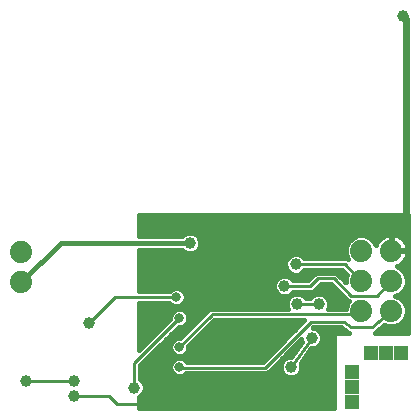
<source format=gbl>
G75*
%MOIN*%
%OFA0B0*%
%FSLAX25Y25*%
%IPPOS*%
%LPD*%
%AMOC8*
5,1,8,0,0,1.08239X$1,22.5*
%
%ADD10C,0.07400*%
%ADD11R,0.05000X0.05000*%
%ADD12C,0.03962*%
%ADD13C,0.01600*%
%ADD14C,0.01000*%
%ADD15C,0.02400*%
%ADD16C,0.03175*%
D10*
X0007102Y0051425D03*
X0007102Y0061425D03*
X0120488Y0062016D03*
X0130488Y0062016D03*
X0130488Y0051976D03*
X0120488Y0051976D03*
X0120488Y0041937D03*
X0130488Y0041937D03*
D11*
X0128756Y0027764D03*
X0123756Y0027764D03*
X0117535Y0021543D03*
X0117535Y0016543D03*
X0117535Y0011543D03*
X0133756Y0027764D03*
D12*
X0008874Y0018512D03*
X0024622Y0018512D03*
X0024622Y0013591D03*
X0044898Y0016346D03*
X0049425Y0012803D03*
X0029740Y0037803D03*
X0054150Y0039575D03*
X0066945Y0057882D03*
X0063402Y0064575D03*
X0077181Y0036031D03*
X0094898Y0050205D03*
X0099031Y0044299D03*
X0106315Y0044299D03*
X0109268Y0048433D03*
X0098638Y0057488D03*
X0103953Y0032882D03*
X0097063Y0023236D03*
X0091748Y0011425D03*
X0130921Y0070480D03*
X0134465Y0140165D03*
D13*
X0135995Y0073827D02*
X0135995Y0034457D01*
X0124939Y0034457D01*
X0124961Y0034475D01*
X0125036Y0034475D01*
X0125561Y0035000D01*
X0128203Y0037309D01*
X0129464Y0036787D01*
X0131513Y0036787D01*
X0133405Y0037571D01*
X0134854Y0039020D01*
X0135638Y0040913D01*
X0135638Y0042961D01*
X0134854Y0044854D01*
X0133405Y0046303D01*
X0131827Y0046957D01*
X0133405Y0047610D01*
X0134854Y0049059D01*
X0135638Y0050952D01*
X0135638Y0053001D01*
X0134854Y0054894D01*
X0133405Y0056342D01*
X0132271Y0056812D01*
X0132599Y0056919D01*
X0133371Y0057312D01*
X0134071Y0057821D01*
X0134683Y0058433D01*
X0135192Y0059133D01*
X0135585Y0059904D01*
X0135853Y0060728D01*
X0135988Y0061583D01*
X0135988Y0061816D01*
X0130688Y0061816D01*
X0130688Y0062216D01*
X0130288Y0062216D01*
X0130288Y0067516D01*
X0130055Y0067516D01*
X0129200Y0067380D01*
X0128377Y0067113D01*
X0127606Y0066720D01*
X0126905Y0066211D01*
X0126293Y0065599D01*
X0125784Y0064898D01*
X0125391Y0064127D01*
X0125302Y0063852D01*
X0124854Y0064933D01*
X0123405Y0066382D01*
X0121513Y0067166D01*
X0119464Y0067166D01*
X0117571Y0066382D01*
X0116122Y0064933D01*
X0115338Y0063040D01*
X0115338Y0060991D01*
X0116121Y0059101D01*
X0115784Y0059438D01*
X0101540Y0059438D01*
X0100581Y0060397D01*
X0099320Y0060919D01*
X0097955Y0060919D01*
X0096694Y0060397D01*
X0095729Y0059432D01*
X0095207Y0058171D01*
X0095207Y0056806D01*
X0095729Y0055545D01*
X0096694Y0054579D01*
X0097955Y0054057D01*
X0099320Y0054057D01*
X0100581Y0054579D01*
X0101540Y0055538D01*
X0114169Y0055538D01*
X0115739Y0053968D01*
X0115338Y0053001D01*
X0115338Y0051420D01*
X0112044Y0054714D01*
X0105310Y0054714D01*
X0104168Y0053571D01*
X0102751Y0052155D01*
X0097800Y0052155D01*
X0096841Y0053113D01*
X0095580Y0053636D01*
X0094215Y0053636D01*
X0092954Y0053113D01*
X0091989Y0052148D01*
X0091467Y0050887D01*
X0091467Y0049522D01*
X0091989Y0048261D01*
X0092954Y0047296D01*
X0094215Y0046774D01*
X0095580Y0046774D01*
X0096841Y0047296D01*
X0097800Y0048255D01*
X0104367Y0048255D01*
X0106926Y0050814D01*
X0110428Y0050814D01*
X0114995Y0046247D01*
X0116137Y0045105D01*
X0116373Y0045105D01*
X0116122Y0044854D01*
X0115338Y0042961D01*
X0115338Y0042706D01*
X0109369Y0042706D01*
X0109746Y0043617D01*
X0109746Y0044982D01*
X0109224Y0046243D01*
X0108259Y0047208D01*
X0106997Y0047730D01*
X0105632Y0047730D01*
X0104371Y0047208D01*
X0103413Y0046249D01*
X0101934Y0046249D01*
X0100975Y0047208D01*
X0099714Y0047730D01*
X0098349Y0047730D01*
X0097088Y0047208D01*
X0096123Y0046243D01*
X0095600Y0044982D01*
X0095600Y0043617D01*
X0095978Y0042706D01*
X0070045Y0042706D01*
X0070014Y0042674D01*
X0069846Y0042674D01*
X0060138Y0032967D01*
X0059254Y0032967D01*
X0058138Y0032504D01*
X0057283Y0031650D01*
X0056821Y0030533D01*
X0056821Y0029325D01*
X0057283Y0028209D01*
X0058138Y0027354D01*
X0059254Y0026892D01*
X0060462Y0026892D01*
X0061579Y0027354D01*
X0062433Y0028209D01*
X0062896Y0029325D01*
X0062896Y0030209D01*
X0071461Y0038774D01*
X0071629Y0038774D01*
X0071661Y0038806D01*
X0101410Y0038806D01*
X0087594Y0024989D01*
X0062401Y0024989D01*
X0061579Y0025811D01*
X0060462Y0026274D01*
X0059254Y0026274D01*
X0058138Y0025811D01*
X0057283Y0024957D01*
X0056821Y0023840D01*
X0056821Y0022632D01*
X0057283Y0021516D01*
X0058138Y0020661D01*
X0059254Y0020199D01*
X0060462Y0020199D01*
X0061579Y0020661D01*
X0062007Y0021089D01*
X0089209Y0021089D01*
X0090352Y0022232D01*
X0100522Y0032402D01*
X0100522Y0032199D01*
X0100723Y0031714D01*
X0097117Y0026667D01*
X0096380Y0026667D01*
X0095119Y0026145D01*
X0094154Y0025180D01*
X0093632Y0023919D01*
X0093632Y0022554D01*
X0094154Y0021293D01*
X0095119Y0020327D01*
X0096380Y0019805D01*
X0097745Y0019805D01*
X0099007Y0020327D01*
X0099972Y0021293D01*
X0100494Y0022554D01*
X0100494Y0023919D01*
X0100293Y0024404D01*
X0103898Y0029451D01*
X0104635Y0029451D01*
X0105896Y0029973D01*
X0106861Y0030938D01*
X0107384Y0032199D01*
X0107384Y0033564D01*
X0106861Y0034825D01*
X0105896Y0035791D01*
X0104635Y0036313D01*
X0104433Y0036313D01*
X0104564Y0036444D01*
X0113877Y0036444D01*
X0115629Y0034984D01*
X0116137Y0034475D01*
X0116239Y0034475D01*
X0116261Y0034457D01*
X0111236Y0034457D01*
X0111236Y0009698D01*
X0046276Y0009698D01*
X0046276Y0013203D01*
X0046841Y0013438D01*
X0047806Y0014403D01*
X0048329Y0015664D01*
X0048329Y0017029D01*
X0047806Y0018290D01*
X0046848Y0019249D01*
X0046848Y0023806D01*
X0059579Y0036537D01*
X0060462Y0036537D01*
X0061579Y0037000D01*
X0062433Y0037854D01*
X0062896Y0038971D01*
X0062896Y0040179D01*
X0062433Y0041295D01*
X0061579Y0042150D01*
X0060462Y0042612D01*
X0059254Y0042612D01*
X0058138Y0042150D01*
X0057283Y0041295D01*
X0056821Y0040179D01*
X0056821Y0039295D01*
X0046276Y0028750D01*
X0046276Y0044515D01*
X0056528Y0044515D01*
X0057153Y0043890D01*
X0058270Y0043427D01*
X0059478Y0043427D01*
X0060595Y0043890D01*
X0061449Y0044744D01*
X0061911Y0045860D01*
X0061911Y0047069D01*
X0061449Y0048185D01*
X0060595Y0049040D01*
X0059478Y0049502D01*
X0058270Y0049502D01*
X0057153Y0049040D01*
X0056528Y0048415D01*
X0046276Y0048415D01*
X0046276Y0062325D01*
X0060799Y0062325D01*
X0061458Y0061666D01*
X0062719Y0061144D01*
X0064084Y0061144D01*
X0065345Y0061666D01*
X0066310Y0062631D01*
X0066833Y0063892D01*
X0066833Y0065257D01*
X0066310Y0066518D01*
X0065345Y0067484D01*
X0064084Y0068006D01*
X0062719Y0068006D01*
X0061458Y0067484D01*
X0060799Y0066825D01*
X0046276Y0066825D01*
X0046276Y0073827D01*
X0135995Y0073827D01*
X0135995Y0072437D02*
X0046276Y0072437D01*
X0046276Y0070838D02*
X0135995Y0070838D01*
X0135995Y0069240D02*
X0046276Y0069240D01*
X0046276Y0067641D02*
X0061838Y0067641D01*
X0063402Y0064575D02*
X0020252Y0064575D01*
X0007102Y0051425D01*
X0046276Y0051656D02*
X0091785Y0051656D01*
X0091467Y0050057D02*
X0046276Y0050057D01*
X0046276Y0048459D02*
X0056573Y0048459D01*
X0061175Y0048459D02*
X0091907Y0048459D01*
X0094006Y0046860D02*
X0061911Y0046860D01*
X0061664Y0045262D02*
X0095716Y0045262D01*
X0095790Y0046860D02*
X0096740Y0046860D01*
X0095600Y0043663D02*
X0060048Y0043663D01*
X0061664Y0042065D02*
X0069236Y0042065D01*
X0067638Y0040466D02*
X0062777Y0040466D01*
X0062853Y0038868D02*
X0066039Y0038868D01*
X0064441Y0037269D02*
X0061848Y0037269D01*
X0062842Y0035671D02*
X0058712Y0035671D01*
X0057114Y0034072D02*
X0061244Y0034072D01*
X0058107Y0032474D02*
X0055515Y0032474D01*
X0056963Y0030875D02*
X0053916Y0030875D01*
X0052318Y0029277D02*
X0056841Y0029277D01*
X0057814Y0027678D02*
X0050719Y0027678D01*
X0049121Y0026080D02*
X0058786Y0026080D01*
X0057086Y0024481D02*
X0047522Y0024481D01*
X0046848Y0022883D02*
X0056821Y0022883D01*
X0057515Y0021284D02*
X0046848Y0021284D01*
X0046848Y0019686D02*
X0111236Y0019686D01*
X0111236Y0021284D02*
X0099963Y0021284D01*
X0100494Y0022883D02*
X0111236Y0022883D01*
X0111236Y0024481D02*
X0100349Y0024481D01*
X0101490Y0026080D02*
X0111236Y0026080D01*
X0111236Y0027678D02*
X0102632Y0027678D01*
X0103774Y0029277D02*
X0111236Y0029277D01*
X0111236Y0030875D02*
X0106798Y0030875D01*
X0107384Y0032474D02*
X0111236Y0032474D01*
X0111236Y0034072D02*
X0107173Y0034072D01*
X0106016Y0035671D02*
X0114804Y0035671D01*
X0115629Y0043663D02*
X0109746Y0043663D01*
X0109630Y0045262D02*
X0115980Y0045262D01*
X0114382Y0046860D02*
X0108606Y0046860D01*
X0106169Y0050057D02*
X0111185Y0050057D01*
X0112783Y0048459D02*
X0104571Y0048459D01*
X0104024Y0046860D02*
X0101323Y0046860D01*
X0103851Y0053254D02*
X0096501Y0053254D01*
X0096421Y0054853D02*
X0046276Y0054853D01*
X0046276Y0056451D02*
X0095353Y0056451D01*
X0095207Y0058050D02*
X0046276Y0058050D01*
X0046276Y0059649D02*
X0095946Y0059649D01*
X0100855Y0054853D02*
X0114854Y0054853D01*
X0115443Y0053254D02*
X0113503Y0053254D01*
X0115102Y0051656D02*
X0115338Y0051656D01*
X0115894Y0059649D02*
X0101330Y0059649D01*
X0093295Y0053254D02*
X0046276Y0053254D01*
X0046276Y0061247D02*
X0062470Y0061247D01*
X0064333Y0061247D02*
X0115338Y0061247D01*
X0115338Y0062846D02*
X0066399Y0062846D01*
X0066833Y0064444D02*
X0115920Y0064444D01*
X0117232Y0066043D02*
X0066507Y0066043D01*
X0064965Y0067641D02*
X0135995Y0067641D01*
X0135995Y0066043D02*
X0134240Y0066043D01*
X0134071Y0066211D02*
X0133371Y0066720D01*
X0132599Y0067113D01*
X0131776Y0067380D01*
X0130921Y0067516D01*
X0130688Y0067516D01*
X0130688Y0062216D01*
X0135988Y0062216D01*
X0135988Y0062449D01*
X0135853Y0063304D01*
X0135585Y0064127D01*
X0135192Y0064898D01*
X0134683Y0065599D01*
X0134071Y0066211D01*
X0135424Y0064444D02*
X0135995Y0064444D01*
X0135995Y0062846D02*
X0135925Y0062846D01*
X0135935Y0061247D02*
X0135995Y0061247D01*
X0135995Y0059649D02*
X0135455Y0059649D01*
X0135995Y0058050D02*
X0134301Y0058050D01*
X0133142Y0056451D02*
X0135995Y0056451D01*
X0135995Y0054853D02*
X0134871Y0054853D01*
X0135533Y0053254D02*
X0135995Y0053254D01*
X0135995Y0051656D02*
X0135638Y0051656D01*
X0135995Y0050057D02*
X0135268Y0050057D01*
X0135995Y0048459D02*
X0134254Y0048459D01*
X0135995Y0046860D02*
X0132060Y0046860D01*
X0134446Y0045262D02*
X0135995Y0045262D01*
X0135995Y0043663D02*
X0135347Y0043663D01*
X0135638Y0042065D02*
X0135995Y0042065D01*
X0135995Y0040466D02*
X0135453Y0040466D01*
X0135995Y0038868D02*
X0134702Y0038868D01*
X0135995Y0037269D02*
X0132677Y0037269D01*
X0135995Y0035671D02*
X0126328Y0035671D01*
X0128157Y0037269D02*
X0128299Y0037269D01*
X0111236Y0018087D02*
X0047890Y0018087D01*
X0048329Y0016489D02*
X0111236Y0016489D01*
X0111236Y0014890D02*
X0048008Y0014890D01*
X0046489Y0013292D02*
X0111236Y0013292D01*
X0111236Y0011693D02*
X0046276Y0011693D01*
X0046276Y0010095D02*
X0111236Y0010095D01*
X0097840Y0027678D02*
X0095798Y0027678D01*
X0095054Y0026080D02*
X0094200Y0026080D01*
X0093865Y0024481D02*
X0092601Y0024481D01*
X0093632Y0022883D02*
X0091003Y0022883D01*
X0089404Y0021284D02*
X0094163Y0021284D01*
X0088684Y0026080D02*
X0060930Y0026080D01*
X0061903Y0027678D02*
X0090283Y0027678D01*
X0091881Y0029277D02*
X0062876Y0029277D01*
X0063562Y0030875D02*
X0093480Y0030875D01*
X0095078Y0032474D02*
X0065161Y0032474D01*
X0066759Y0034072D02*
X0096677Y0034072D01*
X0098275Y0035671D02*
X0068358Y0035671D01*
X0069956Y0037269D02*
X0099874Y0037269D01*
X0100123Y0030875D02*
X0098995Y0030875D01*
X0098981Y0029277D02*
X0097397Y0029277D01*
X0130288Y0062846D02*
X0130688Y0062846D01*
X0130688Y0064444D02*
X0130288Y0064444D01*
X0130288Y0066043D02*
X0130688Y0066043D01*
X0126737Y0066043D02*
X0123745Y0066043D01*
X0125057Y0064444D02*
X0125553Y0064444D01*
X0057700Y0043663D02*
X0046276Y0043663D01*
X0046276Y0042065D02*
X0058053Y0042065D01*
X0056940Y0040466D02*
X0046276Y0040466D01*
X0046276Y0038868D02*
X0056394Y0038868D01*
X0054795Y0037269D02*
X0046276Y0037269D01*
X0046276Y0035671D02*
X0053197Y0035671D01*
X0051598Y0034072D02*
X0046276Y0034072D01*
X0046276Y0032474D02*
X0050000Y0032474D01*
X0048401Y0030875D02*
X0046276Y0030875D01*
X0046276Y0029277D02*
X0046803Y0029277D01*
D14*
X0044898Y0024614D02*
X0044898Y0016346D01*
X0048047Y0012409D02*
X0048047Y0012213D01*
X0049425Y0012803D01*
X0047457Y0010835D01*
X0038992Y0010835D01*
X0036236Y0013591D01*
X0024622Y0013591D01*
X0024622Y0018512D02*
X0008874Y0018512D01*
X0029740Y0037803D02*
X0038402Y0046465D01*
X0058874Y0046465D01*
X0059858Y0039575D02*
X0044898Y0024614D01*
X0059858Y0023236D02*
X0060055Y0023039D01*
X0088402Y0023039D01*
X0103756Y0038394D01*
X0114583Y0038394D01*
X0116945Y0036425D01*
X0124228Y0036425D01*
X0130488Y0041898D01*
X0130488Y0041937D01*
X0125567Y0047055D02*
X0130488Y0051976D01*
X0125567Y0047055D02*
X0116945Y0047055D01*
X0111236Y0052764D01*
X0106118Y0052764D01*
X0103559Y0050205D01*
X0094898Y0050205D01*
X0099031Y0044299D02*
X0106315Y0044299D01*
X0103953Y0032882D02*
X0097063Y0023236D01*
X0093717Y0010835D02*
X0091748Y0011425D01*
X0070822Y0040724D02*
X0070654Y0040724D01*
X0059858Y0029929D01*
X0070822Y0040724D02*
X0070853Y0040756D01*
X0119307Y0040756D01*
X0120488Y0041937D01*
X0120488Y0051976D02*
X0114976Y0057488D01*
X0098638Y0057488D01*
X0067732Y0056898D02*
X0065567Y0058276D01*
X0066945Y0057882D01*
D15*
X0135449Y0071268D02*
X0135449Y0139181D01*
X0134465Y0140165D01*
D16*
X0058874Y0046465D03*
X0059858Y0039575D03*
X0059858Y0029929D03*
X0059858Y0023236D03*
M02*

</source>
